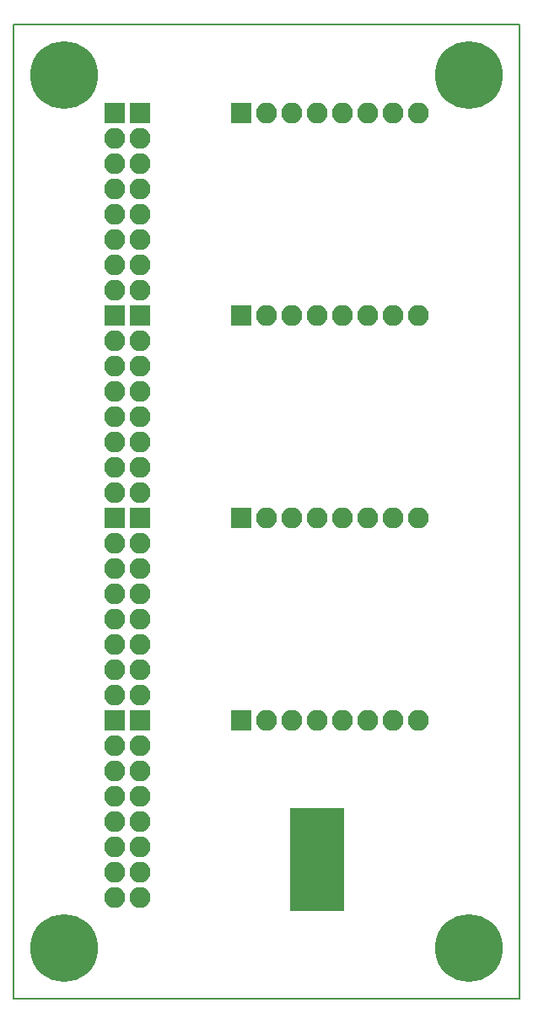
<source format=gbr>
%TF.GenerationSoftware,KiCad,Pcbnew,4.0.7-e2-6376~61~ubuntu18.04.1*%
%TF.CreationDate,2020-08-23T10:05:52+02:00*%
%TF.ProjectId,power,706F7765722E6B696361645F70636200,rev?*%
%TF.FileFunction,Soldermask,Bot*%
%FSLAX46Y46*%
G04 Gerber Fmt 4.6, Leading zero omitted, Abs format (unit mm)*
G04 Created by KiCad (PCBNEW 4.0.7-e2-6376~61~ubuntu18.04.1) date Sun Aug 23 10:05:52 2020*
%MOMM*%
%LPD*%
G01*
G04 APERTURE LIST*
%ADD10C,0.100000*%
%ADD11C,0.150000*%
%ADD12R,2.100000X2.100000*%
%ADD13O,2.100000X2.100000*%
%ADD14R,5.400000X10.400000*%
%ADD15C,6.800000*%
G04 APERTURE END LIST*
D10*
D11*
X82550000Y-20320000D02*
X31750000Y-20320000D01*
X82550000Y-118110000D02*
X82550000Y-20320000D01*
X31750000Y-118110000D02*
X82550000Y-118110000D01*
X31750000Y-20320000D02*
X31750000Y-118110000D01*
D12*
X54610000Y-90170000D03*
D13*
X57150000Y-90170000D03*
X59690000Y-90170000D03*
X62230000Y-90170000D03*
X64770000Y-90170000D03*
X67310000Y-90170000D03*
X69850000Y-90170000D03*
X72390000Y-90170000D03*
D12*
X54610000Y-69850000D03*
D13*
X57150000Y-69850000D03*
X59690000Y-69850000D03*
X62230000Y-69850000D03*
X64770000Y-69850000D03*
X67310000Y-69850000D03*
X69850000Y-69850000D03*
X72390000Y-69850000D03*
D12*
X54610000Y-49530000D03*
D13*
X57150000Y-49530000D03*
X59690000Y-49530000D03*
X62230000Y-49530000D03*
X64770000Y-49530000D03*
X67310000Y-49530000D03*
X69850000Y-49530000D03*
X72390000Y-49530000D03*
D12*
X54610000Y-29210000D03*
D13*
X57150000Y-29210000D03*
X59690000Y-29210000D03*
X62230000Y-29210000D03*
X64770000Y-29210000D03*
X67310000Y-29210000D03*
X69850000Y-29210000D03*
X72390000Y-29210000D03*
D12*
X44450000Y-90170000D03*
D13*
X44450000Y-92710000D03*
X44450000Y-95250000D03*
X44450000Y-97790000D03*
X44450000Y-100330000D03*
X44450000Y-102870000D03*
X44450000Y-105410000D03*
X44450000Y-107950000D03*
D12*
X41910000Y-90170000D03*
D13*
X41910000Y-92710000D03*
X41910000Y-95250000D03*
X41910000Y-97790000D03*
X41910000Y-100330000D03*
X41910000Y-102870000D03*
X41910000Y-105410000D03*
X41910000Y-107950000D03*
D12*
X44450000Y-49530000D03*
D13*
X44450000Y-52070000D03*
X44450000Y-54610000D03*
X44450000Y-57150000D03*
X44450000Y-59690000D03*
X44450000Y-62230000D03*
X44450000Y-64770000D03*
X44450000Y-67310000D03*
D12*
X41910000Y-69850000D03*
D13*
X41910000Y-72390000D03*
X41910000Y-74930000D03*
X41910000Y-77470000D03*
X41910000Y-80010000D03*
X41910000Y-82550000D03*
X41910000Y-85090000D03*
X41910000Y-87630000D03*
D12*
X44450000Y-69850000D03*
D13*
X44450000Y-72390000D03*
X44450000Y-74930000D03*
X44450000Y-77470000D03*
X44450000Y-80010000D03*
X44450000Y-82550000D03*
X44450000Y-85090000D03*
X44450000Y-87630000D03*
D12*
X41910000Y-29210000D03*
D13*
X41910000Y-31750000D03*
X41910000Y-34290000D03*
X41910000Y-36830000D03*
X41910000Y-39370000D03*
X41910000Y-41910000D03*
X41910000Y-44450000D03*
X41910000Y-46990000D03*
D12*
X44450000Y-29210000D03*
D13*
X44450000Y-31750000D03*
X44450000Y-34290000D03*
X44450000Y-36830000D03*
X44450000Y-39370000D03*
X44450000Y-41910000D03*
X44450000Y-44450000D03*
X44450000Y-46990000D03*
D12*
X41910000Y-49530000D03*
D13*
X41910000Y-52070000D03*
X41910000Y-54610000D03*
X41910000Y-57150000D03*
X41910000Y-59690000D03*
X41910000Y-62230000D03*
X41910000Y-64770000D03*
X41910000Y-67310000D03*
D14*
X62230000Y-104140000D03*
D15*
X36830000Y-25400000D03*
X77470000Y-25400000D03*
X36830000Y-113030000D03*
X77470000Y-113030000D03*
M02*

</source>
